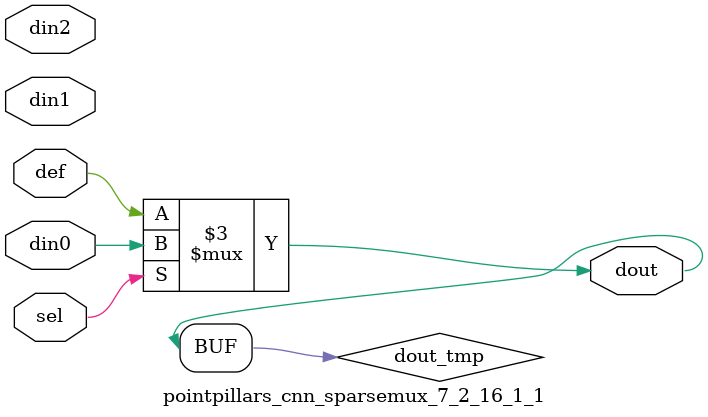
<source format=v>
`timescale 1ns / 1ps

(* DowngradeIPIdentifiedWarnings="yes" *) module pointpillars_cnn_sparsemux_7_2_16_1_1 (din0,din1,din2,def,sel,dout);

parameter din0_WIDTH = 1;

parameter din1_WIDTH = 1;

parameter din2_WIDTH = 1;

parameter def_WIDTH = 1;
parameter sel_WIDTH = 1;
parameter dout_WIDTH = 1;

parameter [sel_WIDTH-1:0] CASE0 = 1;

parameter [sel_WIDTH-1:0] CASE1 = 1;

parameter [sel_WIDTH-1:0] CASE2 = 1;

parameter ID = 1;
parameter NUM_STAGE = 1;



input [din0_WIDTH-1:0] din0;

input [din1_WIDTH-1:0] din1;

input [din2_WIDTH-1:0] din2;

input [def_WIDTH-1:0] def;
input [sel_WIDTH-1:0] sel;

output [dout_WIDTH-1:0] dout;



reg [dout_WIDTH-1:0] dout_tmp;


always @ (*) begin
(* parallel_case *) case (sel)
    
    CASE0 : dout_tmp = din0;
    
    CASE1 : dout_tmp = din1;
    
    CASE2 : dout_tmp = din2;
    
    default : dout_tmp = def;
endcase
end


assign dout = dout_tmp;



endmodule

</source>
